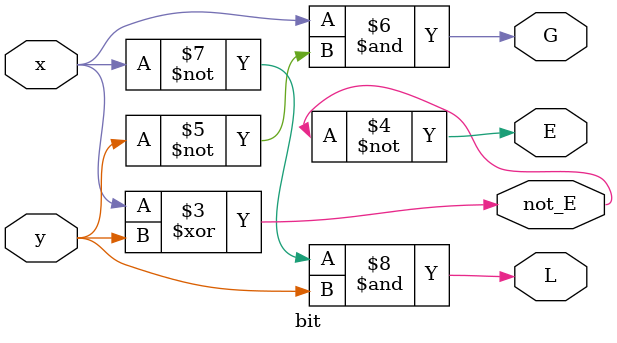
<source format=v>
`timescale 1ns / 1ps

module bit(
    input x,
    input y,
    

    output E,
    output not_E,
    output G,
    output L
    );
    
    wire not_x, not_y;

    assign not_x = ~x;
    assign not_y = ~y;
    assign not_E = x^y;
    assign E = ~not_E;
    assign G = x&(~y);
    assign L = (~x)&y;
    
    
//    not (not_x, x);
//    not (not_y, y);
//    xor (not_E, x, y);
//    not (E, not_E);
//    and (G, x, not_y);
//    and (L, not_x, y);
    

endmodule
</source>
